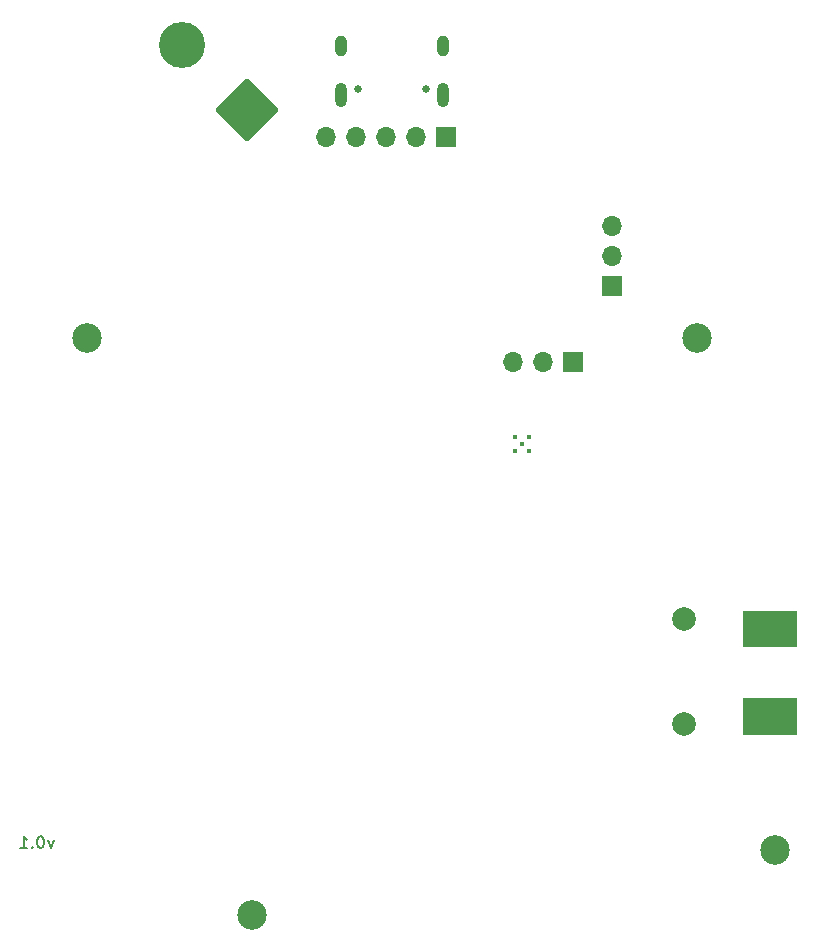
<source format=gbs>
G04 #@! TF.GenerationSoftware,KiCad,Pcbnew,8.0.1*
G04 #@! TF.CreationDate,2024-05-09T01:50:06+08:00*
G04 #@! TF.ProjectId,BatteryPod,42617474-6572-4795-906f-642e6b696361,rev?*
G04 #@! TF.SameCoordinates,Original*
G04 #@! TF.FileFunction,Soldermask,Bot*
G04 #@! TF.FilePolarity,Negative*
%FSLAX46Y46*%
G04 Gerber Fmt 4.6, Leading zero omitted, Abs format (unit mm)*
G04 Created by KiCad (PCBNEW 8.0.1) date 2024-05-09 01:50:06*
%MOMM*%
%LPD*%
G01*
G04 APERTURE LIST*
G04 Aperture macros list*
%AMRoundRect*
0 Rectangle with rounded corners*
0 $1 Rounding radius*
0 $2 $3 $4 $5 $6 $7 $8 $9 X,Y pos of 4 corners*
0 Add a 4 corners polygon primitive as box body*
4,1,4,$2,$3,$4,$5,$6,$7,$8,$9,$2,$3,0*
0 Add four circle primitives for the rounded corners*
1,1,$1+$1,$2,$3*
1,1,$1+$1,$4,$5*
1,1,$1+$1,$6,$7*
1,1,$1+$1,$8,$9*
0 Add four rect primitives between the rounded corners*
20,1,$1+$1,$2,$3,$4,$5,0*
20,1,$1+$1,$4,$5,$6,$7,0*
20,1,$1+$1,$6,$7,$8,$9,0*
20,1,$1+$1,$8,$9,$2,$3,0*%
G04 Aperture macros list end*
%ADD10C,0.100000*%
%ADD11C,0.150000*%
%ADD12R,1.700000X1.700000*%
%ADD13O,1.700000X1.700000*%
%ADD14C,0.400000*%
%ADD15RoundRect,0.250002X2.404160X0.000000X0.000000X2.404160X-2.404160X0.000000X0.000000X-2.404160X0*%
%ADD16C,3.900000*%
%ADD17C,0.650000*%
%ADD18O,1.000000X2.100000*%
%ADD19O,1.000000X1.800000*%
%ADD20C,2.500000*%
%ADD21C,2.000000*%
G04 APERTURE END LIST*
D10*
X140000000Y-124400000D02*
X144500000Y-124400000D01*
X144500000Y-127400000D01*
X140000000Y-127400000D01*
X140000000Y-124400000D01*
G36*
X140000000Y-124400000D02*
G01*
X144500000Y-124400000D01*
X144500000Y-127400000D01*
X140000000Y-127400000D01*
X140000000Y-124400000D01*
G37*
X140000000Y-131800000D02*
X144500000Y-131800000D01*
X144500000Y-134800000D01*
X140000000Y-134800000D01*
X140000000Y-131800000D01*
G36*
X140000000Y-131800000D02*
G01*
X144500000Y-131800000D01*
X144500000Y-134800000D01*
X140000000Y-134800000D01*
X140000000Y-131800000D01*
G37*
D11*
X81598683Y-143803152D02*
X81360588Y-144469819D01*
X81360588Y-144469819D02*
X81122493Y-143803152D01*
X80551064Y-143469819D02*
X80455826Y-143469819D01*
X80455826Y-143469819D02*
X80360588Y-143517438D01*
X80360588Y-143517438D02*
X80312969Y-143565057D01*
X80312969Y-143565057D02*
X80265350Y-143660295D01*
X80265350Y-143660295D02*
X80217731Y-143850771D01*
X80217731Y-143850771D02*
X80217731Y-144088866D01*
X80217731Y-144088866D02*
X80265350Y-144279342D01*
X80265350Y-144279342D02*
X80312969Y-144374580D01*
X80312969Y-144374580D02*
X80360588Y-144422200D01*
X80360588Y-144422200D02*
X80455826Y-144469819D01*
X80455826Y-144469819D02*
X80551064Y-144469819D01*
X80551064Y-144469819D02*
X80646302Y-144422200D01*
X80646302Y-144422200D02*
X80693921Y-144374580D01*
X80693921Y-144374580D02*
X80741540Y-144279342D01*
X80741540Y-144279342D02*
X80789159Y-144088866D01*
X80789159Y-144088866D02*
X80789159Y-143850771D01*
X80789159Y-143850771D02*
X80741540Y-143660295D01*
X80741540Y-143660295D02*
X80693921Y-143565057D01*
X80693921Y-143565057D02*
X80646302Y-143517438D01*
X80646302Y-143517438D02*
X80551064Y-143469819D01*
X79789159Y-144374580D02*
X79741540Y-144422200D01*
X79741540Y-144422200D02*
X79789159Y-144469819D01*
X79789159Y-144469819D02*
X79836778Y-144422200D01*
X79836778Y-144422200D02*
X79789159Y-144374580D01*
X79789159Y-144374580D02*
X79789159Y-144469819D01*
X78789160Y-144469819D02*
X79360588Y-144469819D01*
X79074874Y-144469819D02*
X79074874Y-143469819D01*
X79074874Y-143469819D02*
X79170112Y-143612676D01*
X79170112Y-143612676D02*
X79265350Y-143707914D01*
X79265350Y-143707914D02*
X79360588Y-143755533D01*
D12*
X128850000Y-96890000D03*
D13*
X128850000Y-94350000D03*
X128850000Y-91810000D03*
D14*
X121876800Y-110876800D03*
X121876800Y-109676800D03*
X121276800Y-110276800D03*
X120676800Y-110876800D03*
X120676800Y-109676800D03*
D12*
X114800000Y-84250000D03*
D13*
X112260000Y-84250000D03*
X109720000Y-84250000D03*
X107180000Y-84250000D03*
X104640000Y-84250000D03*
D15*
X98000000Y-82000000D03*
D16*
X92484567Y-76484567D03*
D17*
X113140000Y-80205000D03*
X107360000Y-80205000D03*
D18*
X114570000Y-80725000D03*
D19*
X114570000Y-76525000D03*
D18*
X105930000Y-80725000D03*
D19*
X105930000Y-76525000D03*
D12*
X125575000Y-103350000D03*
D13*
X123035000Y-103350000D03*
X120495000Y-103350000D03*
D20*
X98400000Y-150100000D03*
X136050000Y-101300000D03*
D21*
X135000000Y-125100000D03*
D20*
X84450000Y-101300000D03*
D21*
X135000000Y-134000000D03*
D20*
X142700000Y-144600000D03*
M02*

</source>
